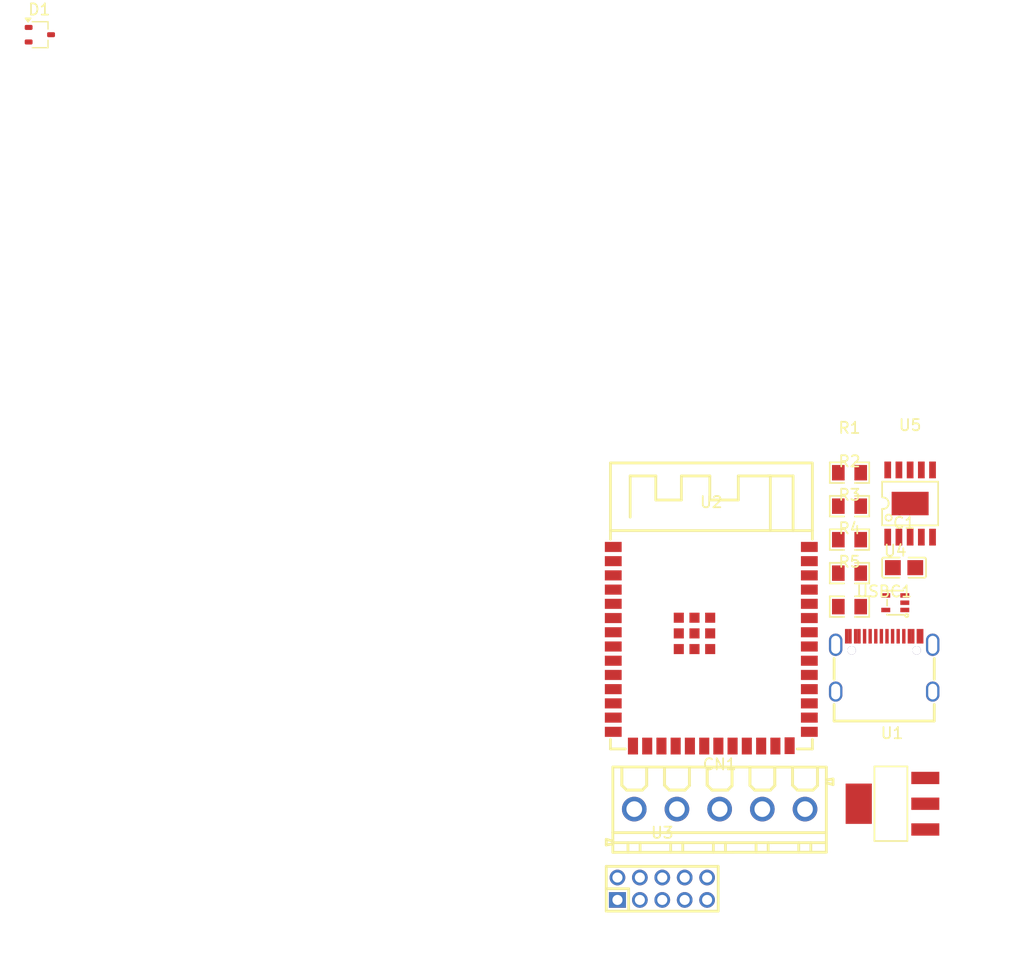
<source format=kicad_pcb>
(kicad_pcb (version 20240108) (generator "pcbnew") (generator_version "8.0")
  (layers (0 "F.Cu" signal) (31 "B.Cu" signal) (34 "B.Paste" user) (35 "F.Paste" user) (36 "B.SilkS" user "B.Silkscreen") (37 "F.SilkS" user "F.Silkscreen") (38 "B.Mask" user) (39 "F.Mask" user) (44 "Edge.Cuts" user))
  (net 0 "")
  (net 1 "Net-(D1-K1)")
  (net 2 "Net-(D1-K2)")
  (net 3 "/GND")
  (net 4 "/VDD_C")
  (net 5 "/DATA_OUTPUT")
  (net 7 "/5v")
  (net 9 "Net-(R1-Pad1)")
  (net 10 "Net-(U5-VBUS)")
  (net 11 "Net-(R3-Pad2)")
  (net 12 "Net-(R4-Pad2)")
  (net 15 "Net-(R5-Pad2)")
  (net 17 "/3.3v")
  (net 18 "/LED_DATA")
  (net 58 "Net-(U5-CFG1)")
  (net 66 "/D+")
  (net 68 "/D-")
  (footprint "cheap-wled-controller:HDR-TH_10P-P2.00-V-M-R2-C5-S2.00" (layer "F.Cu") (at 57.275 77.79)
    (property "Reference" "U3" (at 0 -5 0) (layer "F.SilkS"))
    (property "Value" "VOLTAGE SELECT")
    (fp_line (start -5 -2) (end -5 2) (stroke (width 0.25)) (layer "F.SilkS"))
    (fp_line (start -5 -2) (end 4.99 -2) (stroke (width 0.25)) (layer "F.SilkS"))
    (fp_line (start -5 0) (end -3 0) (stroke (width 0.25)) (layer "F.SilkS"))
    (fp_line (start -5 2) (end 4.99 2) (stroke (width 0.25)) (layer "F.SilkS"))
    (fp_line (start -3 0) (end -3 2) (stroke (width 0.25)) (layer "F.SilkS"))
    (fp_line (start 4.99 -2) (end 4.99 2) (stroke (width 0.25)) (layer "F.SilkS"))
    (pad "1" thru_hole rect (at -4 1) (size 1.52 1.4) (drill 0.900024) (layers "*.Cu" "*.Mask"))
    (pad "2" thru_hole circle (at -4 -1) (size 1.4 1.4) (drill 0.900024) (layers "*.Cu" "*.Mask"))
    (pad "3" thru_hole circle (at -2 1) (size 1.4 1.4) (drill 0.900024) (layers "*.Cu" "*.Mask") (net 58 "Net-(U5-CFG1)"))
    (pad "4" thru_hole circle (at -2 -1) (size 1.4 1.4) (drill 0.900024) (layers "*.Cu" "*.Mask") (net 15 "Net-(R5-Pad2)"))
    (pad "5" thru_hole circle (at 0 1) (size 1.4 1.4) (drill 0.900024) (layers "*.Cu" "*.Mask") (net 58 "Net-(U5-CFG1)"))
    (pad "6" thru_hole circle (at 0 -1) (size 1.4 1.4) (drill 0.900024) (layers "*.Cu" "*.Mask") (net 12 "Net-(R4-Pad2)"))
    (pad "7" thru_hole circle (at 2 1) (size 1.4 1.4) (drill 0.900024) (layers "*.Cu" "*.Mask") (net 58 "Net-(U5-CFG1)"))
    (pad "8" thru_hole circle (at 2 -1) (size 1.4 1.4) (drill 0.900024) (layers "*.Cu" "*.Mask") (net 11 "Net-(R3-Pad2)"))
    (pad "9" thru_hole circle (at 4 1) (size 1.4 1.4) (drill 0.900024) (layers "*.Cu" "*.Mask") (net 58 "Net-(U5-CFG1)"))
    (pad "10" thru_hole circle (at 4 -1) (size 1.4 1.4) (drill 0.900024) (layers "*.Cu" "*.Mask") (net 4 "/VDD_C"))
  )
  (footprint "cheap-wled-controller:C0805" (layer "F.Cu") (at 78.855 49.12)
    (property "Reference" "C1" (at 0 -4 0) (layer "F.SilkS"))
    (property "Value" "1u")
    (fp_line (start -1.96 0.75) (end -1.96 -0.75) (stroke (width 0.15)) (layer "F.SilkS"))
    (fp_line (start -1.81 -0.9) (end -0.4 -0.9) (stroke (width 0.15)) (layer "F.SilkS"))
    (fp_line (start -0.4 0.9) (end -1.81 0.9) (stroke (width 0.15)) (layer "F.SilkS"))
    (fp_line (start 0.4 0.9) (end 1.81 0.9) (stroke (width 0.15)) (layer "F.SilkS"))
    (fp_line (start 1.81 -0.9) (end 0.4 -0.9) (stroke (width 0.15)) (layer "F.SilkS"))
    (fp_line (start 1.96 0.75) (end 1.96 -0.75) (stroke (width 0.15)) (layer "F.SilkS"))
    (fp_arc (start -1.96 -0.75) (mid -1.916066 -0.856066) (end -1.81 -0.9) (stroke (width 0.15)) (layer "F.SilkS"))
    (fp_arc (start -1.81 0.9) (mid -1.916066 0.856066) (end -1.96 0.75) (stroke (width 0.15)) (layer "F.SilkS"))
    (fp_arc (start 1.81 -0.9) (mid 1.916066 -0.856066) (end 1.96 -0.75) (stroke (width 0.15)) (layer "F.SilkS"))
    (fp_arc (start 1.96 0.75) (mid 1.916066 0.856066) (end 1.81 0.9) (stroke (width 0.15)) (layer "F.SilkS"))
    (pad "1" smd rect (at -1 0) (size 1.41 1.35) (layers "F.Cu" "F.Paste" "F.Mask") (net 4 "/VDD_C"))
    (pad "2" smd rect (at 1 0) (size 1.41 1.35) (layers "F.Cu" "F.Paste" "F.Mask") (net 3 "/GND"))
  )
  (footprint "cheap-wled-controller:USB-C_SMD-TYPE-C-31-M-12" (layer "F.Cu") (at 77.08 57.715)
    (property "Reference" "USBC1" (at 0 -6.47 0) (layer "F.SilkS"))
    (property "Value" "TYPE-C-31-M-12")
    (fp_line (start -4.47 1.38) (end -4.47 -0.48) (stroke (width 0.25)) (layer "F.SilkS"))
    (fp_line (start -4.47 5.1) (end -4.47 3.62) (stroke (width 0.25)) (layer "F.SilkS"))
    (fp_line (start 4.47 1.38) (end 4.47 -0.48) (stroke (width 0.25)) (layer "F.SilkS"))
    (fp_line (start 4.47 5.1) (end -4.47 5.1) (stroke (width 0.25)) (layer "F.SilkS"))
    (fp_line (start 4.47 5.1) (end 4.47 3.62) (stroke (width 0.25)) (layer "F.SilkS"))
    (pad "" thru_hole circle (at -2.9 -1.21) (size 0.75 0.75) (drill 0.75) (layers "*.Cu" "*.Mask"))
    (pad "" thru_hole circle (at 2.9 -1.21) (size 0.75 0.75) (drill 0.75) (layers "*.Cu" "*.Mask"))
    (pad "0" thru_hole oval (at -4.33 -1.71) (size 1.2 2) (drill oval 0.799998 1.600022) (layers "*.Cu" "*.Mask"))
    (pad "1" thru_hole oval (at 4.33 -1.71) (size 1.2 2) (drill oval 0.799998 1.599971) (layers "*.Cu" "*.Mask"))
    (pad "2" thru_hole oval (at 4.33 2.47) (size 1.2 1.8) (drill oval 0.799998 1.399997) (layers "*.Cu" "*.Mask"))
    (pad "3" thru_hole oval (at -4.33 2.47) (size 1.2 1.8) (drill oval 0.799998 1.399997) (layers "*.Cu" "*.Mask"))
    (pad "A1" smd rect (at -3.35 -2.47) (size 0.3 1.3) (layers "F.Cu" "F.Paste" "F.Mask"))
    (pad "A4" smd rect (at -2.55 -2.47) (size 0.3 1.3) (layers "F.Cu" "F.Paste" "F.Mask") (net 7 "/5v"))
    (pad "A5" smd rect (at -1.25 -2.47) (size 0.3 1.3) (layers "F.Cu" "F.Paste" "F.Mask") (net 1 "Net-(D1-K1)"))
    (pad "A6" smd rect (at -0.25 -2.47) (size 0.3 1.3) (layers "F.Cu" "F.Paste" "F.Mask") (net 66 "/D+"))
    (pad "A7" smd rect (at 0.25 -2.47) (size 0.3 1.3) (layers "F.Cu" "F.Paste" "F.Mask") (net 68 "/D-"))
    (pad "A8" smd rect (at 1.25 -2.47) (size 0.3 1.3) (layers "F.Cu" "F.Paste" "F.Mask"))
    (pad "A9" smd rect (at 2.55 -2.47) (size 0.3 1.3) (layers "F.Cu" "F.Paste" "F.Mask"))
    (pad "A12" smd rect (at 3.35 -2.47) (size 0.3 1.3) (layers "F.Cu" "F.Paste" "F.Mask") (net 3 "/GND"))
    (pad "B1" smd rect (at 3.05 -2.47) (size 0.3 1.3) (layers "F.Cu" "F.Paste" "F.Mask") (net 9 "Net-(R1-Pad1)"))
    (pad "B4" smd rect (at 2.25 -2.47) (size 0.3 1.3) (layers "F.Cu" "F.Paste" "F.Mask") (net 9 "Net-(R1-Pad1)"))
    (pad "B5" smd rect (at 1.75 -2.47) (size 0.3 1.3) (layers "F.Cu" "F.Paste" "F.Mask") (net 2 "Net-(D1-K2)"))
    (pad "B6" smd rect (at 0.75 -2.47) (size 0.3 1.3) (layers "F.Cu" "F.Paste" "F.Mask") (net 66 "/D+"))
    (pad "B7" smd rect (at -0.75 -2.47) (size 0.3 1.3) (layers "F.Cu" "F.Paste" "F.Mask") (net 68 "/D-"))
    (pad "B8" smd rect (at -1.75 -2.47) (size 0.3 1.3) (layers "F.Cu" "F.Paste" "F.Mask"))
    (pad "B9" smd rect (at -2.25 -2.47) (size 0.3 1.3) (layers "F.Cu" "F.Paste" "F.Mask"))
    (pad "B12" smd rect (at -3.05 -2.47) (size 0.3 1.3) (layers "F.Cu" "F.Paste" "F.Mask"))
  )
  (footprint "cheap-wled-controller:R0805" (layer "F.Cu") (at 73.985 40.64)
    (property "Reference" "R1" (at 0 -4 0) (layer "F.SilkS"))
    (property "Value" "1k")
    (fp_line (start -1.76 -0.92) (end -0.48 -0.92) (stroke (width 0.15)) (layer "F.SilkS"))
    (fp_line (start -1.76 0.92) (end -1.76 -0.92) (stroke (width 0.15)) (layer "F.SilkS"))
    (fp_line (start -0.48 0.92) (end -1.76 0.92) (stroke (width 0.15)) (layer "F.SilkS"))
    (fp_line (start 0.48 0.92) (end 1.76 0.92) (stroke (width 0.15)) (layer "F.SilkS"))
    (fp_line (start 1.76 -0.92) (end 0.48 -0.92) (stroke (width 0.15)) (layer "F.SilkS"))
    (fp_line (start 1.76 0.92) (end 1.76 -0.92) (stroke (width 0.15)) (layer "F.SilkS"))
    (pad "1" smd rect (at -1 0) (size 1.13 1.38) (layers "F.Cu" "F.Paste" "F.Mask") (net 9 "Net-(R1-Pad1)"))
    (pad "2" smd rect (at 1 0) (size 1.13 1.38) (layers "F.Cu" "F.Paste" "F.Mask") (net 4 "/VDD_C"))
  )
  (footprint "cheap-wled-controller:SOT-223-3_L6.5-W3.4-P2.30-LS7.0-BR" (layer "F.Cu") (at 77.78 70.2)
    (property "Reference" "U1" (at 0 -6.3 0) (layer "F.SilkS"))
    (property "Value" "AMS1117-3.3")
    (fp_line (start -1.57 -3.33) (end 1.37 -3.33) (stroke (width 0.15)) (layer "F.SilkS"))
    (fp_line (start -1.57 3.33) (end -1.57 -3.33) (stroke (width 0.15)) (layer "F.SilkS"))
    (fp_line (start 1.37 -3.33) (end 1.37 3.33) (stroke (width 0.15)) (layer "F.SilkS"))
    (fp_line (start 1.37 3.33) (end -1.57 3.33) (stroke (width 0.15)) (layer "F.SilkS"))
    (pad "1" smd rect (at 2.97 2.3) (size 2.5 1.1) (layers "F.Cu" "F.Paste" "F.Mask") (net 3 "/GND"))
    (pad "2" smd rect (at 2.97 0) (size 2.5 1.1) (layers "F.Cu" "F.Paste" "F.Mask"))
    (pad "3" smd rect (at 2.97 -2.3) (size 2.5 1.1) (layers "F.Cu" "F.Paste" "F.Mask") (net 7 "/5v"))
    (pad "4" smd rect (at -2.97 0) (size 2.34 3.6) (layers "F.Cu" "F.Paste" "F.Mask") (net 17 "/3.3v"))
  )
  (footprint "cheap-wled-controller:ESSOP-10_L4.9-W3.9-P1.0-LS6.0-TL-EP" (layer "F.Cu") (at 79.395 43.395)
    (property "Reference" "U5" (at 0 -7 0) (layer "F.SilkS"))
    (property "Value" "CH224K")
    (fp_line (start -2.5 -1.95) (end 2.5 -1.95) (stroke (width 0.15)) (layer "F.SilkS"))
    (fp_line (start -2.5 -0.82) (end -2.5 -1.95) (stroke (width 0.15)) (layer "F.SilkS"))
    (fp_line (start -2.5 -0.58) (end -2.5 -0.82) (stroke (width 0.15)) (layer "F.SilkS"))
    (fp_line (start -2.5 0.48) (end -2.4 0.48) (stroke (width 0.15)) (layer "F.SilkS"))
    (fp_line (start -2.5 1.95) (end -2.5 0.48) (stroke (width 0.15)) (layer "F.SilkS"))
    (fp_line (start -2.5 1.95) (end 2.5 1.95) (stroke (width 0.15)) (layer "F.SilkS"))
    (fp_line (start -2.46 -0.54) (end -2.5 -0.58) (stroke (width 0.15)) (layer "F.SilkS"))
    (fp_line (start 2.5 1.95) (end 2.5 -1.95) (stroke (width 0.15)) (layer "F.SilkS"))
    (fp_arc (start -2.46 -0.54) (mid -2.063982 -0.393343) (end -1.920316 0.00377) (stroke (width 0.15)) (layer "F.SilkS"))
    (fp_arc (start -1.92 0) (mid -2.060589 0.339411) (end -2.4 0.48) (stroke (width 0.15)) (layer "F.SilkS"))
    (fp_circle (center -1.92 1.26) (end -1.64 1.26) (stroke (width 0.15)) (fill none) (layer "F.SilkS"))
    (pad "1" smd rect (at -2 3 90) (size 1.5 0.6) (layers "F.Cu" "F.Paste" "F.Mask") (net 4 "/VDD_C"))
    (pad "2" smd rect (at -1 3 90) (size 1.5 0.6) (layers "F.Cu" "F.Paste" "F.Mask"))
    (pad "3" smd rect (at 0 3 90) (size 1.5 0.6) (layers "F.Cu" "F.Paste" "F.Mask"))
    (pad "4" smd rect (at 1 3 90) (size 1.5 0.6) (layers "F.Cu" "F.Paste" "F.Mask"))
    (pad "5" smd rect (at 2 3 90) (size 1.5 0.6) (layers "F.Cu" "F.Paste" "F.Mask"))
    (pad "6" smd rect (at 2 -3 90) (size 1.5 0.6) (layers "F.Cu" "F.Paste" "F.Mask") (net 2 "Net-(D1-K2)"))
    (pad "7" smd rect (at 1 -3 90) (size 1.5 0.6) (layers "F.Cu" "F.Paste" "F.Mask") (net 1 "Net-(D1-K1)"))
    (pad "8" smd rect (at 0 -3 90) (size 1.5 0.6) (layers "F.Cu" "F.Paste" "F.Mask") (net 10 "Net-(U5-VBUS)"))
    (pad "9" smd rect (at -1 -3 90) (size 1.5 0.6) (layers "F.Cu" "F.Paste" "F.Mask") (net 58 "Net-(U5-CFG1)"))
    (pad "10" smd rect (at -2 -3 90) (size 1.5 0.6) (layers "F.Cu" "F.Paste" "F.Mask"))
    (pad "11" smd rect (at 0 0 180) (size 3.3 2.1) (layers "F.Cu" "F.Paste" "F.Mask") (net 3 "/GND"))
  )
  (footprint "cheap-wled-controller:R0805" (layer "F.Cu") (at 73.985 52.6)
    (property "Reference" "R5" (at 0 -4 0) (layer "F.SilkS"))
    (property "Value" "56K")
    (fp_line (start -1.76 -0.92) (end -0.48 -0.92) (stroke (width 0.15)) (layer "F.SilkS"))
    (fp_line (start -1.76 0.92) (end -1.76 -0.92) (stroke (width 0.15)) (layer "F.SilkS"))
    (fp_line (start -0.48 0.92) (end -1.76 0.92) (stroke (width 0.15)) (layer "F.SilkS"))
    (fp_line (start 0.48 0.92) (end 1.76 0.92) (stroke (width 0.15)) (layer "F.SilkS"))
    (fp_line (start 1.76 -0.92) (end 0.48 -0.92) (stroke (width 0.15)) (layer "F.SilkS"))
    (fp_line (start 1.76 0.92) (end 1.76 -0.92) (stroke (width 0.15)) (layer "F.SilkS"))
    (pad "1" smd rect (at -1 0) (size 1.13 1.38) (layers "F.Cu" "F.Paste" "F.Mask"))
    (pad "2" smd rect (at 1 0) (size 1.13 1.38) (layers "F.Cu" "F.Paste" "F.Mask") (net 15 "Net-(R5-Pad2)"))
  )
  (footprint "cheap-wled-controller:WIRELM-SMD_ESP32-S3-WROOM-1" (layer "F.Cu") (at 61.65 56.16)
    (property "Reference" "U2" (at 0 -12.89 0) (layer "F.SilkS"))
    (property "Value" "ESP32-S3-WROOM-1-N4R2")
    (fp_line (start -9 -16.39) (end -9 -9.57) (stroke (width 0.25)) (layer "F.SilkS"))
    (fp_line (start -9 -10.35) (end 9.02 -10.35) (stroke (width 0.25)) (layer "F.SilkS"))
    (fp_line (start -9 8.3) (end -9 9.15) (stroke (width 0.25)) (layer "F.SilkS"))
    (fp_line (start -9 9.15) (end -7.67 9.15) (stroke (width 0.25)) (layer "F.SilkS"))
    (fp_line (start -7.24 -15.23) (end -7.24 -11.55) (stroke (width 0.25)) (layer "F.SilkS"))
    (fp_line (start -4.95 -15.23) (end -7.24 -15.23) (stroke (width 0.25)) (layer "F.SilkS"))
    (fp_line (start -4.95 -13.08) (end -4.95 -15.23) (stroke (width 0.25)) (layer "F.SilkS"))
    (fp_line (start -2.67 -15.23) (end -2.67 -13.08) (stroke (width 0.25)) (layer "F.SilkS"))
    (fp_line (start -2.67 -13.08) (end -4.95 -13.08) (stroke (width 0.25)) (layer "F.SilkS"))
    (fp_line (start -0.13 -15.23) (end -2.67 -15.23) (stroke (width 0.25)) (layer "F.SilkS"))
    (fp_line (start -0.13 -13.08) (end -0.13 -15.23) (stroke (width 0.25)) (layer "F.SilkS"))
    (fp_line (start 2.41 -15.23) (end 2.41 -13.08) (stroke (width 0.25)) (layer "F.SilkS"))
    (fp_line (start 2.41 -13.08) (end -0.13 -13.08) (stroke (width 0.25)) (layer "F.SilkS"))
    (fp_line (start 5.27 -15.23) (end 2.41 -15.23) (stroke (width 0.25)) (layer "F.SilkS"))
    (fp_line (start 5.27 -10.35) (end 5.27 -15.23) (stroke (width 0.25)) (layer "F.SilkS"))
    (fp_line (start 7.3 -15.23) (end 5.06 -15.23) (stroke (width 0.25)) (layer "F.SilkS"))
    (fp_line (start 7.3 -10.35) (end 7.3 -15.23) (stroke (width 0.25)) (layer "F.SilkS"))
    (fp_line (start 7.67 9.15) (end 9.02 9.15) (stroke (width 0.25)) (layer "F.SilkS"))
    (fp_line (start 9 -16.39) (end -9 -16.39) (stroke (width 0.25)) (layer "F.SilkS"))
    (fp_line (start 9.02 -9.57) (end 9.02 -16.38) (stroke (width 0.25)) (layer "F.SilkS"))
    (fp_line (start 9.02 9.15) (end 9.02 8.3) (stroke (width 0.25)) (layer "F.SilkS"))
    (pad "1" smd rect (at -8.75 -8.89) (size 1.5 0.9) (layers "F.Cu" "F.Paste" "F.Mask") (net 3 "/GND"))
    (pad "2" smd rect (at -8.75 -7.62) (size 1.5 0.9) (layers "F.Cu" "F.Paste" "F.Mask") (net 17 "/3.3v"))
    (pad "3" smd rect (at -8.75 -6.35) (size 1.5 0.9) (layers "F.Cu" "F.Paste" "F.Mask"))
    (pad "4" smd rect (at -8.75 -5.08) (size 1.5 0.9) (layers "F.Cu" "F.Paste" "F.Mask"))
    (pad "5" smd rect (at -8.75 -3.81) (size 1.5 0.9) (layers "F.Cu" "F.Paste" "F.Mask"))
    (pad "6" smd rect (at -8.75 -2.54) (size 1.5 0.9) (layers "F.Cu" "F.Paste" "F.Mask"))
    (pad "7" smd rect (at -8.75 -1.27) (size 1.5 0.9) (layers "F.Cu" "F.Paste" "F.Mask"))
    (pad "8" smd rect (at -8.75 0) (size 1.5 0.9) (layers "F.Cu" "F.Paste" "F.Mask"))
    (pad "9" smd rect (at -8.75 1.27) (size 1.5 0.9) (layers "F.Cu" "F.Paste" "F.Mask"))
    (pad "10" smd rect (at -8.75 2.54) (size 1.5 0.9) (layers "F.Cu" "F.Paste" "F.Mask"))
    (pad "11" smd rect (at -8.75 3.81) (size 1.5 0.9) (layers "F.Cu" "F.Paste" "F.Mask"))
    (pad "12" smd rect (at -8.75 5.08) (size 1.5 0.9) (layers "F.Cu" "F.Paste" "F.Mask"))
    (pad "13" smd rect (at -8.75 6.35) (size 1.5 0.9) (layers "F.Cu" "F.Paste" "F.Mask"))
    (pad "14" smd rect (at -8.75 7.62) (size 1.5 0.9) (layers "F.Cu" "F.Paste" "F.Mask"))
    (pad "15" smd rect (at -6.99 8.89 90) (size 1.5 0.9) (layers "F.Cu" "F.Paste" "F.Mask"))
    (pad "16" smd rect (at -5.72 8.89 90) (size 1.5 0.9) (layers "F.Cu" "F.Paste" "F.Mask"))
    (pad "17" smd rect (at -4.45 8.89 90) (size 1.5 0.9) (layers "F.Cu" "F.Paste" "F.Mask"))
    (pad "18" smd rect (at -3.18 8.89 90) (size 1.5 0.9) (layers "F.Cu" "F.Paste" "F.Mask"))
    (pad "19" smd rect (at -1.91 8.89 90) (size 1.5 0.9) (layers "F.Cu" "F.Paste" "F.Mask"))
    (pad "20" smd rect (at -0.63 8.89 90) (size 1.5 0.9) (layers "F.Cu" "F.Paste" "F.Mask"))
    (pad "21" smd rect (at 0.63 8.89 90) (size 1.5 0.9) (layers "F.Cu" "F.Paste" "F.Mask"))
    (pad "22" smd rect (at 1.9 8.89 90) (size 1.5 0.9) (layers "F.Cu" "F.Paste" "F.Mask"))
    (pad "23" smd rect (at 3.17 8.89 90) (size 1.5 0.9) (layers "F.Cu" "F.Paste" "F.Mask"))
    (pad "24" smd rect (at 4.45 8.89 90) (size 1.5 0.9) (layers "F.Cu" "F.Paste" "F.Mask"))
    (pad "25" smd rect (at 5.72 8.89 90) (size 1.5 0.9) (layers "F.Cu" "F.Paste" "F.Mask"))
    (pad "26" smd rect (at 6.99 8.86 90) (size 1.5 0.9) (layers "F.Cu" "F.Paste" "F.Mask"))
    (pad "27" smd rect (at 8.75 7.62 180) (size 1.5 0.9) (layers "F.Cu" "F.Paste" "F.Mask"))
    (pad "28" smd rect (at 8.75 6.35 180) (size 1.5 0.9) (layers "F.Cu" "F.Paste" "F.Mask"))
    (pad "29" smd rect (at 8.75 5.08 180) (size 1.5 0.9) (layers "F.Cu" "F.Paste" "F.Mask"))
    (pad "30" smd rect (at 8.75 3.81 180) (size 1.5 0.9) (layers "F.Cu" "F.Paste" "F.Mask"))
    (pad "31" smd rect (at 8.75 2.54 180) (size 1.5 0.9) (layers "F.Cu" "F.Paste" "F.Mask"))
    (pad "32" smd rect (at 8.75 1.27 180) (size 1.5 0.9) (layers "F.Cu" "F.Paste" "F.Mask"))
    (pad "33" smd rect (at 8.75 0 180) (size 1.5 0.9) (layers "F.Cu" "F.Paste" "F.Mask"))
    (pad "34" smd rect (at 8.75 -1.27 180) (size 1.5 0.9) (layers "F.Cu" "F.Paste" "F.Mask"))
    (pad "35" smd rect (at 8.75 -2.54 180) (size 1.5 0.9) (layers "F.Cu" "F.Paste" "F.Mask"))
    (pad "36" smd rect (at 8.75 -3.81 180) (size 1.5 0.9) (layers "F.Cu" "F.Paste" "F.Mask"))
    (pad "37" smd rect (at 8.75 -5.08 180) (size 1.5 0.9) (layers "F.Cu" "F.Paste" "F.Mask"))
    (pad "38" smd rect (at 8.75 -6.35 180) (size 1.5 0.9) (layers "F.Cu" "F.Paste" "F.Mask") (net 18 "/LED_DATA"))
    (pad "39" smd rect (at 8.75 -7.62 180) (size 1.5 0.9) (layers "F.Cu" "F.Paste" "F.Mask"))
    (pad "40" smd rect (at 8.75 -8.89 180) (size 1.5 0.9) (layers "F.Cu" "F.Paste" "F.Mask"))
    (pad "41" smd rect (at -2.9 -2.57 90) (size 0.9 0.9) (layers "F.Cu" "F.Paste" "F.Mask"))
    (pad "41" smd rect (at -2.9 -1.17 90) (size 0.9 0.9) (layers "F.Cu" "F.Paste" "F.Mask"))
    (pad "41" smd rect (at -2.9 0.23 90) (size 0.9 0.9) (layers "F.Cu" "F.Paste" "F.Mask"))
    (pad "41" smd rect (at -1.5 -2.57 90) (size 0.9 0.9) (layers "F.Cu" "F.Paste" "F.Mask"))
    (pad "41" smd rect (at -1.5 -1.17 90) (size 0.9 0.9) (layers "F.Cu" "F.Paste" "F.Mask"))
    (pad "41" smd rect (at -1.5 0.23 90) (size 0.9 0.9) (layers "F.Cu" "F.Paste" "F.Mask"))
    (pad "41" smd rect (at -0.1 -2.57 90) (size 0.9 0.9) (layers "F.Cu" "F.Paste" "F.Mask"))
    (pad "41" smd rect (at -0.1 -1.17 90) (size 0.9 0.9) (layers "F.Cu" "F.Paste" "F.Mask"))
    (pad "41" smd rect (at -0.1 0.23 90) (size 0.9 0.9) (layers "F.Cu" "F.Paste" "F.Mask"))
  )
  (footprint "cheap-wled-controller:R0805" (layer "F.Cu") (at 73.985 43.63)
    (property "Reference" "R2" (at 0 -4 0) (layer "F.SilkS"))
    (property "Value" "10k")
    (fp_line (start -1.76 -0.92) (end -0.48 -0.92) (stroke (width 0.15)) (layer "F.SilkS"))
    (fp_line (start -1.76 0.92) (end -1.76 -0.92) (stroke (width 0.15)) (layer "F.SilkS"))
    (fp_line (start -0.48 0.92) (end -1.76 0.92) (stroke (width 0.15)) (layer "F.SilkS"))
    (fp_line (start 0.48 0.92) (end 1.76 0.92) (stroke (width 0.15)) (layer "F.SilkS"))
    (fp_line (start 1.76 -0.92) (end 0.48 -0.92) (stroke (width 0.15)) (layer "F.SilkS"))
    (fp_line (start 1.76 0.92) (end 1.76 -0.92) (stroke (width 0.15)) (layer "F.SilkS"))
    (pad "1" smd rect (at -1 0) (size 1.13 1.38) (layers "F.Cu" "F.Paste" "F.Mask") (net 10 "Net-(U5-VBUS)"))
    (pad "2" smd rect (at 1 0) (size 1.13 1.38) (layers "F.Cu" "F.Paste" "F.Mask") (net 9 "Net-(R1-Pad1)"))
  )
  (footprint "Package_TO_SOT_SMD:SOT-323_SC-70" (layer "F.Cu") (at 1.725 1.53)
    (property "Reference" "D1" (at -0.05 -2.25 0) (layer "F.SilkS"))
    (property "Value" "ESDA25W")
    (fp_line (start -0.68 -1.16) (end 0.73 -1.16) (stroke (width 0.12)) (layer "F.SilkS"))
    (fp_line (start -0.68 1.16) (end 0.73 1.16) (stroke (width 0.12)) (layer "F.SilkS"))
    (fp_line (start 0.73 -1.16) (end 0.73 -0.5) (stroke (width 0.12)) (layer "F.SilkS"))
    (fp_line (start 0.73 0.5) (end 0.73 1.16) (stroke (width 0.12)) (layer "F.SilkS"))
    (fp_poly (pts (xy -1.05 -1.14) (xy -1.29 -1.47) (xy -0.81 -1.47) (xy -1.05 -1.14)) (stroke (width 0.12)) (fill solid) (layer "F.SilkS"))
    (pad "1" smd roundrect (at -1 -0.65 270) (size 0.45 0.7) (layers "F.Cu" "F.Paste" "F.Mask") (net 1 "Net-(D1-K1)"))
    (pad "2" smd roundrect (at -1 0.65 270) (size 0.45 0.7) (layers "F.Cu" "F.Paste" "F.Mask") (net 2 "Net-(D1-K2)"))
    (pad "3" smd roundrect (at 1 0 270) (size 0.45 0.7) (layers "F.Cu" "F.Paste" "F.Mask") (net 3 "/GND"))
  )
  (footprint "cheap-wled-controller:TSSOP-5_L2.0-W1.3-P0.65-LS2.1-BR" (layer "F.Cu") (at 78.07 52.25)
    (property "Reference" "U4" (at 0 -4.65 0) (layer "F.SilkS"))
    (property "Value" "LED DATA LINE LEVEL SHIFTER")
    (fp_line (start -0.73 -1.03) (end -0.73 -1.08) (stroke (width 0.15)) (layer "F.SilkS"))
    (fp_line (start -0.73 0.27) (end -0.73 -0.27) (stroke (width 0.15)) (layer "F.SilkS"))
    (fp_line (start -0.73 1.08) (end -0.73 1.03) (stroke (width 0.15)) (layer "F.SilkS"))
    (fp_line (start 0.73 -1.08) (end -0.73 -1.08) (stroke (width 0.15)) (layer "F.SilkS"))
    (fp_line (start 0.73 1.08) (end -0.73 1.08) (stroke (width 0.15)) (layer "F.SilkS"))
    (fp_circle (center 1.02 1.14) (end 1.09 1.14) (stroke (width 0.15)) (fill none) (layer "F.SilkS"))
    (pad "1" smd rect (at 0.85 0.65 90) (size 0.4 0.8) (layers "F.Cu" "F.Paste" "F.Mask"))
    (pad "2" smd rect (at 0.85 0 90) (size 0.4 0.8) (layers "F.Cu" "F.Paste" "F.Mask") (net 18 "/LED_DATA"))
    (pad "3" smd rect (at 0.85 -0.65 90) (size 0.4 0.8) (layers "F.Cu" "F.Paste" "F.Mask") (net 3 "/GND"))
    (pad "4" smd rect (at -0.85 -0.65 90) (size 0.4 0.8) (layers "F.Cu" "F.Paste" "F.Mask") (net 5 "/DATA_OUTPUT"))
    (pad "5" smd rect (at -0.85 0.65 90) (size 0.4 0.8) (layers "F.Cu" "F.Paste" "F.Mask") (net 7 "/5v"))
  )
  (footprint "cheap-wled-controller:CONN-TH_5P-P3.81_KF124-3.81-5P" (layer "F.Cu") (at 62.395 70.68)
    (property "Reference" "CN1" (at 0 -4 0) (layer "F.SilkS"))
    (property "Value" "WJ124-3.81-5P-14-00A")
    (fp_line (start -10.12 2.7) (end -10.12 3.2) (stroke (width 0.25)) (layer "F.SilkS"))
    (fp_line (start -10.12 3.2) (end -9.53 3.11) (stroke (width 0.25)) (layer "F.SilkS"))
    (fp_line (start -9.55 2.1) (end 9.5 2.1) (stroke (width 0.25)) (layer "F.SilkS"))
    (fp_line (start -9.55 3) (end 9.5 3) (stroke (width 0.25)) (layer "F.SilkS"))
    (fp_line (start -9.53 -3.76) (end -9.53 3.86) (stroke (width 0.25)) (layer "F.SilkS"))
    (fp_line (start -9.53 -3.76) (end 9.52 -3.75) (stroke (width 0.25)) (layer "F.SilkS"))
    (fp_line (start -9.53 2.86) (end -10.12 2.7) (stroke (width 0.25)) (layer "F.SilkS"))
    (fp_line (start -9.53 3.86) (end 9.52 3.85) (stroke (width 0.25)) (layer "F.SilkS"))
    (fp_line (start -8.73 -3.76) (end -8.73 -2.13) (stroke (width 0.25)) (layer "F.SilkS"))
    (fp_line (start -8.73 -3.76) (end -8.73 -2.13) (stroke (width 0.25)) (layer "F.SilkS"))
    (fp_line (start -8.73 -2.13) (end -8.3 -1.7) (stroke (width 0.25)) (layer "F.SilkS"))
    (fp_line (start -8.73 -2.13) (end -8.3 -1.7) (stroke (width 0.25)) (layer "F.SilkS"))
    (fp_line (start -8.3 -1.7) (end -6.9 -1.7) (stroke (width 0.25)) (layer "F.SilkS"))
    (fp_line (start -8.3 -1.7) (end -6.9 -1.7) (stroke (width 0.25)) (layer "F.SilkS"))
    (fp_line (start -8.18 3) (end -8.18 3.86) (stroke (width 0.25)) (layer "F.SilkS"))
    (fp_line (start -7.1 3) (end -7.1 3.85) (stroke (width 0.25)) (layer "F.SilkS"))
    (fp_line (start -6.9 -1.7) (end -6.51 -2.1) (stroke (width 0.25)) (layer "F.SilkS"))
    (fp_line (start -6.9 -1.7) (end -6.51 -2.1) (stroke (width 0.25)) (layer "F.SilkS"))
    (fp_line (start -6.51 -2.1) (end -6.51 -3.76) (stroke (width 0.25)) (layer "F.SilkS"))
    (fp_line (start -6.51 -2.1) (end -6.51 -3.76) (stroke (width 0.25)) (layer "F.SilkS"))
    (fp_line (start -4.92 -3.76) (end -4.92 -2.13) (stroke (width 0.25)) (layer "F.SilkS"))
    (fp_line (start -4.92 -3.76) (end -4.92 -2.13) (stroke (width 0.25)) (layer "F.SilkS"))
    (fp_line (start -4.92 -2.13) (end -4.49 -1.7) (stroke (width 0.25)) (layer "F.SilkS"))
    (fp_line (start -4.92 -2.13) (end -4.49 -1.7) (stroke (width 0.25)) (layer "F.SilkS"))
    (fp_line (start -4.49 -1.7) (end -3.09 -1.7) (stroke (width 0.25)) (layer "F.SilkS"))
    (fp_line (start -4.49 -1.7) (end -3.09 -1.7) (stroke (width 0.25)) (layer "F.SilkS"))
    (fp_line (start -4.37 3) (end -4.37 3.86) (stroke (width 0.25)) (layer "F.SilkS"))
    (fp_line (start -3.29 3) (end -3.29 3.85) (stroke (width 0.25)) (layer "F.SilkS"))
    (fp_line (start -3.09 -1.7) (end -2.7 -2.1) (stroke (width 0.25)) (layer "F.SilkS"))
    (fp_line (start -3.09 -1.7) (end -2.7 -2.1) (stroke (width 0.25)) (layer "F.SilkS"))
    (fp_line (start -2.7 -2.1) (end -2.7 -3.76) (stroke (width 0.25)) (layer "F.SilkS"))
    (fp_line (start -2.7 -2.1) (end -2.7 -3.76) (stroke (width 0.25)) (layer "F.SilkS"))
    (fp_line (start -1.11 -3.76) (end -1.11 -2.13) (stroke (width 0.25)) (layer "F.SilkS"))
    (fp_line (start -1.11 -3.76) (end -1.11 -2.13) (stroke (width 0.25)) (layer "F.SilkS"))
    (fp_line (start -1.11 -2.13) (end -0.68 -1.7) (stroke (width 0.25)) (layer "F.SilkS"))
    (fp_line (start -1.11 -2.13) (end -0.68 -1.7) (stroke (width 0.25)) (layer "F.SilkS"))
    (fp_line (start -0.68 -1.7) (end 0.72 -1.7) (stroke (width 0.25)) (layer "F.SilkS"))
    (fp_line (start -0.68 -1.7) (end 0.72 -1.7) (stroke (width 0.25)) (layer "F.SilkS"))
    (fp_line (start -0.56 3) (end -0.56 3.86) (stroke (width 0.25)) (layer "F.SilkS"))
    (fp_line (start 0.52 3) (end 0.52 3.85) (stroke (width 0.25)) (layer "F.SilkS"))
    (fp_line (start 0.72 -1.7) (end 1.11 -2.1) (stroke (width 0.25)) (layer "F.SilkS"))
    (fp_line (start 0.72 -1.7) (end 1.11 -2.1) (stroke (width 0.25)) (layer "F.SilkS"))
    (fp_line (start 1.11 -2.1) (end 1.11 -3.76) (stroke (width 0.25)) (layer "F.SilkS"))
    (fp_line (start 1.11 -2.1) (end 1.11 -3.76) (stroke (width 0.25)) (layer "F.SilkS"))
    (fp_line (start 2.7 -3.76) (end 2.7 -2.13) (stroke (width 0.25)) (layer "F.SilkS"))
    (fp_line (start 2.7 -3.76) (end 2.7 -2.13) (stroke (width 0.25)) (layer "F.SilkS"))
    (fp_line (start 2.7 -2.13) (end 3.13 -1.7) (stroke (width 0.25)) (layer "F.SilkS"))
    (fp_line (start 2.7 -2.13) (end 3.13 -1.7) (stroke (width 0.25)) (layer "F.SilkS"))
    (fp_line (start 3.13 -1.7) (end 4.53 -1.7) (stroke (width 0.25)) (layer "F.SilkS"))
    (fp_line (start 3.13 -1.7) (end 4.53 -1.7) (stroke (width 0.25)) (layer "F.SilkS"))
    (fp_line (start 3.25 3) (end 3.25 3.86) (stroke (width 0.25)) (layer "F.SilkS"))
    (fp_line (start 4.33 3) (end 4.33 3.85) (stroke (width 0.25)) (layer "F.SilkS"))
    (fp_line (start 4.53 -1.7) (end 4.92 -2.1) (stroke (width 0.25)) (layer "F.SilkS"))
    (fp_line (start 4.53 -1.7) (end 4.92 -2.1) (stroke (width 0.25)) (layer "F.SilkS"))
    (fp_line (start 4.92 -2.1) (end 4.92 -3.76) (stroke (width 0.25)) (layer "F.SilkS"))
    (fp_line (start 4.92 -2.1) (end 4.92 -3.76) (stroke (width 0.25)) (layer "F.SilkS"))
    (fp_line (start 6.51 -3.76) (end 6.51 -2.13) (stroke (width 0.25)) (layer "F.SilkS"))
    (fp_line (start 6.51 -3.76) (end 6.51 -2.13) (stroke (width 0.25)) (layer "F.SilkS"))
    (fp_line (start 6.51 -2.13) (end 6.94 -1.7) (stroke (width 0.25)) (layer "F.SilkS"))
    (fp_line (start 6.51 -2.13) (end 6.94 -1.7) (stroke (width 0.25)) (layer "F.SilkS"))
    (fp_line (start 6.94 -1.7) (end 8.34 -1.7) (stroke (width 0.25)) (layer "F.SilkS"))
    (fp_line (start 6.94 -1.7) (end 8.34 -1.7) (stroke (width 0.25)) (layer "F.SilkS"))
    (fp_line (start 7.06 3) (end 7.06 3.86) (stroke (width 0.25)) (layer "F.SilkS"))
    (fp_line (start 8.14 3) (end 8.14 3.85) (stroke (width 0.25)) (layer "F.SilkS"))
    (fp_line (start 8.34 -1.7) (end 8.73 -2.1) (stroke (width 0.25)) (layer "F.SilkS"))
    (fp_line (start 8.34 -1.7) (end 8.73 -2.1) (stroke (width 0.25)) (layer "F.SilkS"))
    (fp_line (start 8.73 -2.1) (end 8.73 -3.76) (stroke (width 0.25)) (layer "F.SilkS"))
    (fp_line (start 8.73 -2.1) (end 8.73 -3.76) (stroke (width 0.25)) (layer "F.SilkS"))
    (fp_line (start 9.52 -2.35) (end 10.12 -2.19) (stroke (width 0.25)) (layer "F.SilkS"))
    (fp_line (start 9.52 3.85) (end 9.52 -3.75) (stroke (width 0.25)) (layer "F.SilkS"))
    (fp_line (start 10.12 -2.69) (end 9.52 -2.6) (stroke (width 0.25)) (layer "F.SilkS"))
    (fp_line (start 10.12 -2.19) (end 10.12 -2.69) (stroke (width 0.25)) (layer "F.SilkS"))
    (pad "1" thru_hole circle (at -7.62 0) (size 2.2 2.2) (drill 1.399997) (layers "*.Cu" "*.Mask") (net 7 "/5v"))
    (pad "2" thru_hole circle (at -3.81 0) (size 2.2 2.2) (drill 1.399997) (layers "*.Cu" "*.Mask") (net 3 "/GND"))
    (pad "3" thru_hole circle (at 0 0) (size 2.2 2.2) (drill 1.399997) (layers "*.Cu" "*.Mask") (net 5 "/DATA_OUTPUT"))
    (pad "4" thru_hole circle (at 3.81 0) (size 2.2 2.2) (drill 1.399997) (layers "*.Cu" "*.Mask"))
    (pad "5" thru_hole circle (at 7.62 0) (size 2.2 2.2) (drill 1.399997) (layers "*.Cu" "*.Mask"))
  )
  (footprint "cheap-wled-controller:R0805" (layer "F.Cu") (at 73.985 46.62)
    (property "Reference" "R3" (at 0 -4 0) (layer "F.SilkS"))
    (property "Value" "6.8k")
    (fp_line (start -1.76 -0.92) (end -0.48 -0.92) (stroke (width 0.15)) (layer "F.SilkS"))
    (fp_line (start -1.76 0.92) (end -1.76 -0.92) (stroke (width 0.15)) (layer "F.SilkS"))
    (fp_line (start -0.48 0.92) (end -1.76 0.92) (stroke (width 0.15)) (layer "F.SilkS"))
    (fp_line (start 0.48 0.92) (end 1.76 0.92) (stroke (width 0.15)) (layer "F.SilkS"))
    (fp_line (start 1.76 -0.92) (end 0.48 -0.92) (stroke (width 0.15)) (layer "F.SilkS"))
    (fp_line (start 1.76 0.92) (end 1.76 -0.92) (stroke (width 0.15)) (layer "F.SilkS"))
    (pad "1" smd rect (at -1 0) (size 1.13 1.38) (layers "F.Cu" "F.Paste" "F.Mask") (net 3 "/GND"))
    (pad "2" smd rect (at 1 0) (size 1.13 1.38) (layers "F.Cu" "F.Paste" "F.Mask") (net 11 "Net-(R3-Pad2)"))
  )
  (footprint "cheap-wled-controller:R0805" (layer "F.Cu") (at 73.985 49.61)
    (property "Reference" "R4" (at 0 -4 0) (layer "F.SilkS"))
    (property "Value" "24K")
    (fp_line (start -1.76 -0.92) (end -0.48 -0.92) (stroke (width 0.15)) (layer "F.SilkS"))
    (fp_line (start -1.76 0.92) (end -1.76 -0.92) (stroke (width 0.15)) (layer "F.SilkS"))
    (fp_line (start -0.48 0.92) (end -1.76 0.92) (stroke (width 0.15)) (layer "F.SilkS"))
    (fp_line (start 0.48 0.92) (end 1.76 0.92) (stroke (width 0.15)) (layer "F.SilkS"))
    (fp_line (start 1.76 -0.92) (end 0.48 -0.92) (stroke (width 0.15)) (layer "F.SilkS"))
    (fp_line (start 1.76 0.92) (end 1.76 -0.92) (stroke (width 0.15)) (layer "F.SilkS"))
    (pad "1" smd rect (at -1 0) (size 1.13 1.38) (layers "F.Cu" "F.Paste" "F.Mask"))
    (pad "2" smd rect (at 1 0) (size 1.13 1.38) (layers "F.Cu" "F.Paste" "F.Mask") (net 12 "Net-(R4-Pad2)"))
  )
)
</source>
